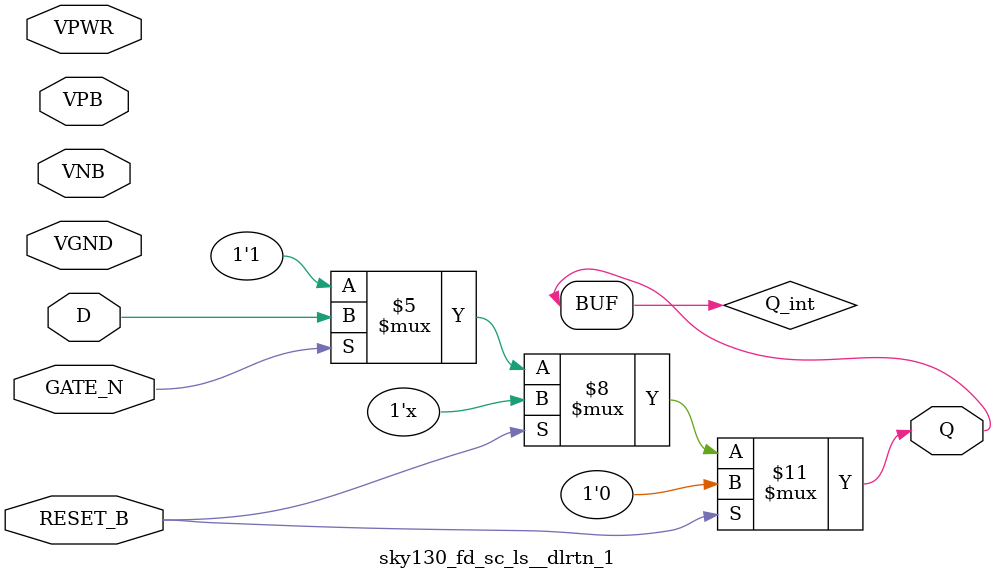
<source format=v>
module sky130_fd_sc_ls__dlrtn_1 (
    Q      ,
    RESET_B,
    D      ,
    GATE_N ,
    VPWR   ,
    VGND   ,
    VPB    ,
    VNB
);

    output Q      ;
    input  RESET_B;
    input  D      ;
    input  GATE_N ;
    input  VPWR   ;
    input  VGND   ;
    input  VPB    ;
    input  VNB    ;

    reg Q_int;

    always @(*) begin
        if(RESET_B == 1'b1) begin
            Q_int = 1'b0;
        end
        else if(GATE_N == 1'b1) begin
            Q_int = D;
        end
        else begin
            Q_int = 1'b1;
        end
    end

    assign Q = Q_int;

endmodule
</source>
